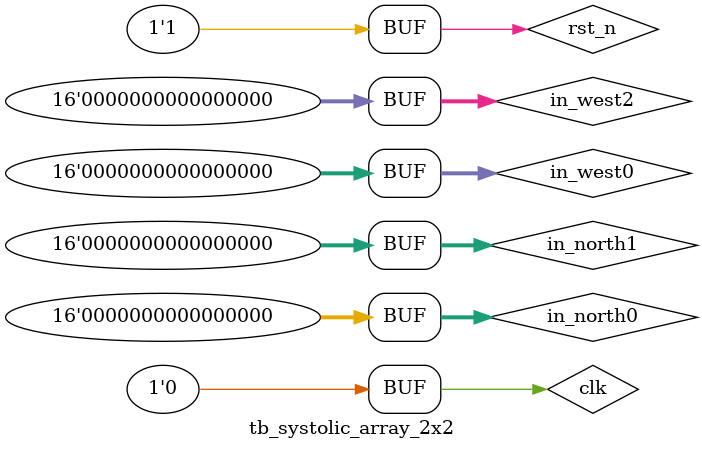
<source format=v>
`include "systolic_array_2x2.v"
`timescale 1ns / 1ps

/*
We're gonna do multiplication for this simple matrix:
[ 1 2    times by 	[ 4 1   And the result:   [ 8 7
  3 4 ]               2 3 ] 					20 15]
*/
module tb_systolic_array_2x2;

// Parameters for the systolic array
parameter WIDTH = 16;
parameter FRAC_WIDTH = 8;

// Inputs to the systolic array
reg clk;
reg rst_n;
reg [WIDTH-1:0] in_north0, in_north1;
reg [WIDTH-1:0] in_west0, in_west2;

// Outputs from the systolic array
wire done;
wire [WIDTH*4-1:0] out;

// Instantiate the systolic array (Device Under Test)
systolic_array_2x2 #(
    .WIDTH(WIDTH),
    .FRAC_WIDTH(FRAC_WIDTH)
) uut (
    .clk(clk),
    .rst_n(rst_n),
    .in_north0(in_north0),
    .in_north1(in_north1),
    .in_west0(in_west0),
    .in_west2(in_west2),
    .done(done),
    .out(out)
);


initial begin
    #10 in_north0 = 16'h0200;  
        in_west0 = 16'h0200;
    #10 in_north0 = 16'h0400;  
        in_west0 = 16'h0100;

	//
	#10 in_north0 = 16'h0000;  
        in_west0 = 16'h0000;
end

initial begin
    #10 in_north1 = 16'h0000;  
        in_west2 = 16'h0000;
	//
    #10 in_north1 = 16'h0300;  
        in_west2 = 16'h0400;
    #10 in_north1 = 16'h0100;  
        in_west2 = 16'h0300;
end


// Initial block to apply test cases
initial begin
    // Initialize signals
    clk = 0;
    rst_n = 0;
    in_north0 = 0;
    in_north1 = 0;
    in_west0 = 0;
    in_west2 = 0;

    // Apply reset
    #10 rst_n = 1;  // Release reset after 10 ns
end

// Clock generation
initial begin
	repeat(50)
		#5 clk <= ~clk;
end

// Dumping to see the waveform file
initial begin
    // Set up VCD dump file
    $dumpfile("tb_systolic_array_2x2.vcd");  // VCD output file
    $dumpvars(0, tb_systolic_array_2x2);      // Dump all variables in the testbench
end

endmodule

</source>
